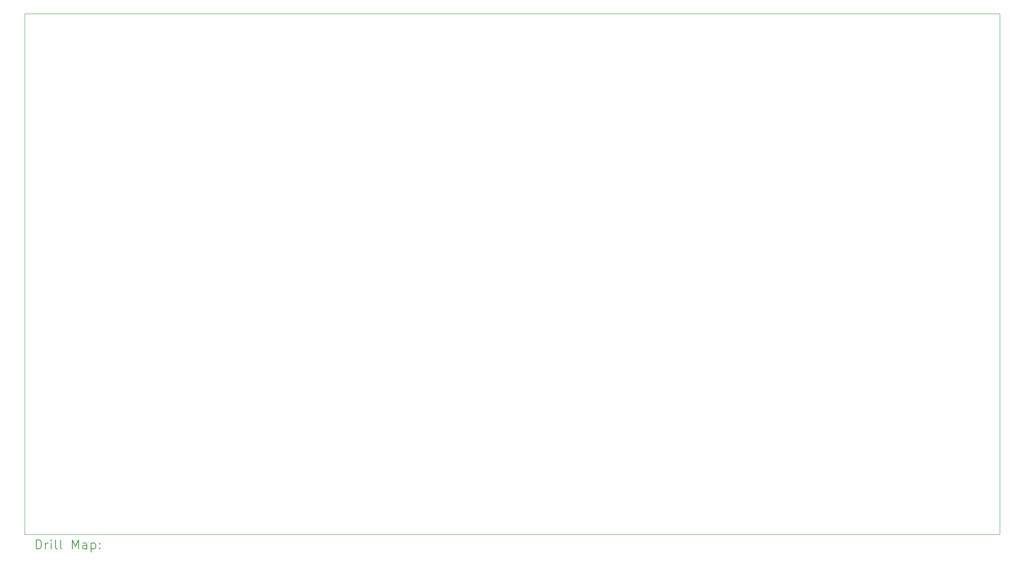
<source format=gbr>
%FSLAX45Y45*%
G04 Gerber Fmt 4.5, Leading zero omitted, Abs format (unit mm)*
G04 Created by KiCad (PCBNEW (6.0.6)) date 2022-08-19 10:50:52*
%MOMM*%
%LPD*%
G01*
G04 APERTURE LIST*
%TA.AperFunction,Profile*%
%ADD10C,0.050000*%
%TD*%
%ADD11C,0.200000*%
G04 APERTURE END LIST*
D10*
X2250000Y-2600000D02*
X23366000Y-2600000D01*
X23366000Y-2600000D02*
X23366000Y-13900000D01*
X23366000Y-13900000D02*
X2250000Y-13900000D01*
X2250000Y-13900000D02*
X2250000Y-2600000D01*
D11*
X2505119Y-14212976D02*
X2505119Y-14012976D01*
X2552738Y-14012976D01*
X2581310Y-14022500D01*
X2600357Y-14041548D01*
X2609881Y-14060595D01*
X2619405Y-14098690D01*
X2619405Y-14127262D01*
X2609881Y-14165357D01*
X2600357Y-14184405D01*
X2581310Y-14203452D01*
X2552738Y-14212976D01*
X2505119Y-14212976D01*
X2705119Y-14212976D02*
X2705119Y-14079643D01*
X2705119Y-14117738D02*
X2714643Y-14098690D01*
X2724167Y-14089167D01*
X2743214Y-14079643D01*
X2762262Y-14079643D01*
X2828928Y-14212976D02*
X2828928Y-14079643D01*
X2828928Y-14012976D02*
X2819405Y-14022500D01*
X2828928Y-14032024D01*
X2838452Y-14022500D01*
X2828928Y-14012976D01*
X2828928Y-14032024D01*
X2952738Y-14212976D02*
X2933690Y-14203452D01*
X2924167Y-14184405D01*
X2924167Y-14012976D01*
X3057500Y-14212976D02*
X3038452Y-14203452D01*
X3028928Y-14184405D01*
X3028928Y-14012976D01*
X3286071Y-14212976D02*
X3286071Y-14012976D01*
X3352738Y-14155833D01*
X3419405Y-14012976D01*
X3419405Y-14212976D01*
X3600357Y-14212976D02*
X3600357Y-14108214D01*
X3590833Y-14089167D01*
X3571786Y-14079643D01*
X3533690Y-14079643D01*
X3514643Y-14089167D01*
X3600357Y-14203452D02*
X3581309Y-14212976D01*
X3533690Y-14212976D01*
X3514643Y-14203452D01*
X3505119Y-14184405D01*
X3505119Y-14165357D01*
X3514643Y-14146309D01*
X3533690Y-14136786D01*
X3581309Y-14136786D01*
X3600357Y-14127262D01*
X3695595Y-14079643D02*
X3695595Y-14279643D01*
X3695595Y-14089167D02*
X3714643Y-14079643D01*
X3752738Y-14079643D01*
X3771786Y-14089167D01*
X3781309Y-14098690D01*
X3790833Y-14117738D01*
X3790833Y-14174881D01*
X3781309Y-14193928D01*
X3771786Y-14203452D01*
X3752738Y-14212976D01*
X3714643Y-14212976D01*
X3695595Y-14203452D01*
X3876548Y-14193928D02*
X3886071Y-14203452D01*
X3876548Y-14212976D01*
X3867024Y-14203452D01*
X3876548Y-14193928D01*
X3876548Y-14212976D01*
X3876548Y-14089167D02*
X3886071Y-14098690D01*
X3876548Y-14108214D01*
X3867024Y-14098690D01*
X3876548Y-14089167D01*
X3876548Y-14108214D01*
M02*

</source>
